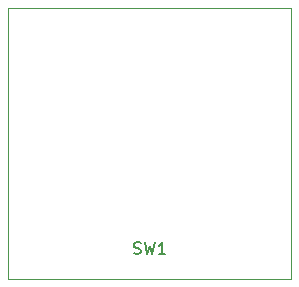
<source format=gto>
%TF.GenerationSoftware,KiCad,Pcbnew,5.99.0-unknown-56f6e7cc17~117~ubuntu20.04.1*%
%TF.CreationDate,2021-03-07T11:01:34-05:00*%
%TF.ProjectId,LC24.2 Breakout,4c433234-2e32-4204-9272-65616b6f7574,rev?*%
%TF.SameCoordinates,Original*%
%TF.FileFunction,Legend,Top*%
%TF.FilePolarity,Positive*%
%FSLAX46Y46*%
G04 Gerber Fmt 4.6, Leading zero omitted, Abs format (unit mm)*
G04 Created by KiCad (PCBNEW 5.99.0-unknown-56f6e7cc17~117~ubuntu20.04.1) date 2021-03-07 11:01:34*
%MOMM*%
%LPD*%
G01*
G04 APERTURE LIST*
%ADD10C,0.150000*%
%ADD11C,0.120000*%
G04 APERTURE END LIST*
D10*
%TO.C,SW1*%
X164681666Y-114794761D02*
X164824523Y-114842380D01*
X165062619Y-114842380D01*
X165157857Y-114794761D01*
X165205476Y-114747142D01*
X165253095Y-114651904D01*
X165253095Y-114556666D01*
X165205476Y-114461428D01*
X165157857Y-114413809D01*
X165062619Y-114366190D01*
X164872142Y-114318571D01*
X164776904Y-114270952D01*
X164729285Y-114223333D01*
X164681666Y-114128095D01*
X164681666Y-114032857D01*
X164729285Y-113937619D01*
X164776904Y-113890000D01*
X164872142Y-113842380D01*
X165110238Y-113842380D01*
X165253095Y-113890000D01*
X165586428Y-113842380D02*
X165824523Y-114842380D01*
X166015000Y-114128095D01*
X166205476Y-114842380D01*
X166443571Y-113842380D01*
X167348333Y-114842380D02*
X166776904Y-114842380D01*
X167062619Y-114842380D02*
X167062619Y-113842380D01*
X166967380Y-113985238D01*
X166872142Y-114080476D01*
X166776904Y-114128095D01*
D11*
X154015000Y-94000000D02*
X178015000Y-94000000D01*
X178015000Y-94000000D02*
X178015000Y-117000000D01*
X178015000Y-117000000D02*
X154015000Y-117000000D01*
X154015000Y-117000000D02*
X154015000Y-94000000D01*
%TD*%
M02*

</source>
